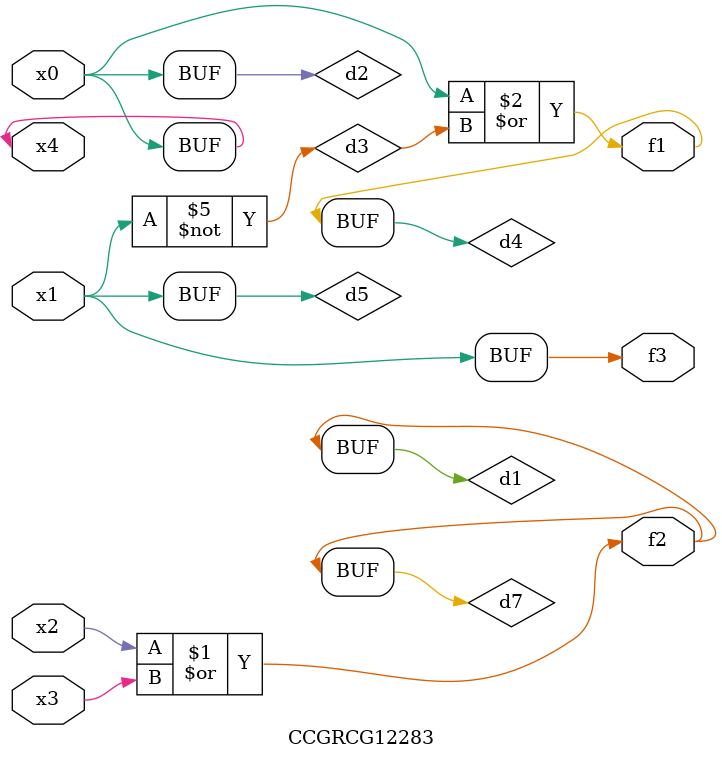
<source format=v>
module CCGRCG12283(
	input x0, x1, x2, x3, x4,
	output f1, f2, f3
);

	wire d1, d2, d3, d4, d5, d6, d7;

	or (d1, x2, x3);
	buf (d2, x0, x4);
	not (d3, x1);
	or (d4, d2, d3);
	not (d5, d3);
	nand (d6, d1, d3);
	or (d7, d1);
	assign f1 = d4;
	assign f2 = d7;
	assign f3 = d5;
endmodule

</source>
